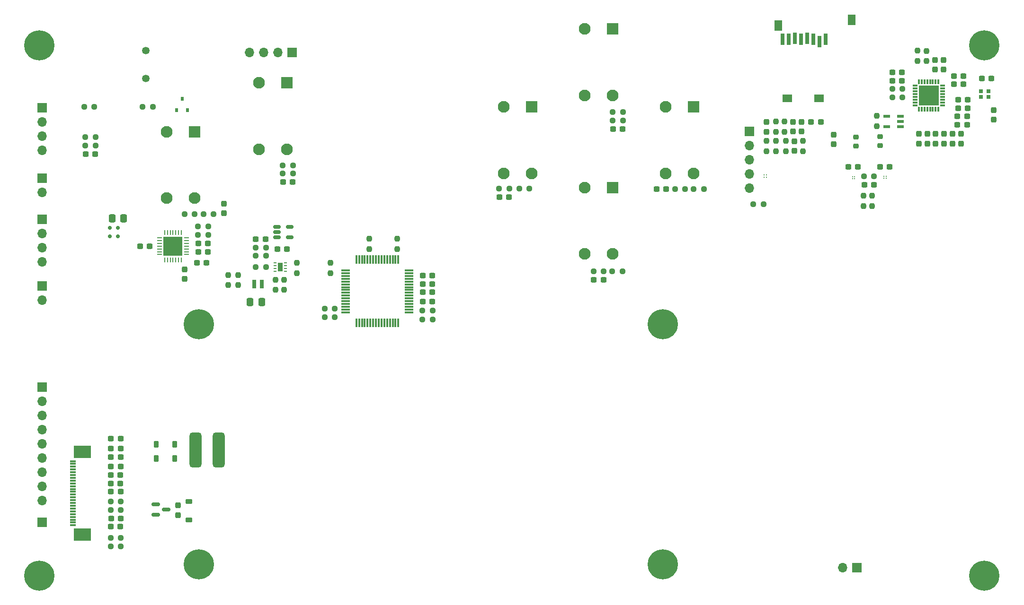
<source format=gbr>
%TF.GenerationSoftware,KiCad,Pcbnew,8.0.2*%
%TF.CreationDate,2025-01-19T23:48:52-05:00*%
%TF.ProjectId,Ecardz-Controller,45636172-647a-42d4-936f-6e74726f6c6c,rev?*%
%TF.SameCoordinates,Original*%
%TF.FileFunction,Soldermask,Bot*%
%TF.FilePolarity,Negative*%
%FSLAX46Y46*%
G04 Gerber Fmt 4.6, Leading zero omitted, Abs format (unit mm)*
G04 Created by KiCad (PCBNEW 8.0.2) date 2025-01-19 23:48:52*
%MOMM*%
%LPD*%
G01*
G04 APERTURE LIST*
G04 Aperture macros list*
%AMRoundRect*
0 Rectangle with rounded corners*
0 $1 Rounding radius*
0 $2 $3 $4 $5 $6 $7 $8 $9 X,Y pos of 4 corners*
0 Add a 4 corners polygon primitive as box body*
4,1,4,$2,$3,$4,$5,$6,$7,$8,$9,$2,$3,0*
0 Add four circle primitives for the rounded corners*
1,1,$1+$1,$2,$3*
1,1,$1+$1,$4,$5*
1,1,$1+$1,$6,$7*
1,1,$1+$1,$8,$9*
0 Add four rect primitives between the rounded corners*
20,1,$1+$1,$2,$3,$4,$5,0*
20,1,$1+$1,$4,$5,$6,$7,0*
20,1,$1+$1,$6,$7,$8,$9,0*
20,1,$1+$1,$8,$9,$2,$3,0*%
G04 Aperture macros list end*
%ADD10C,3.100000*%
%ADD11C,5.400000*%
%ADD12R,2.100000X2.100000*%
%ADD13C,2.100000*%
%ADD14R,1.700000X1.700000*%
%ADD15O,1.700000X1.700000*%
%ADD16C,1.350000*%
%ADD17RoundRect,0.237500X-0.300000X-0.237500X0.300000X-0.237500X0.300000X0.237500X-0.300000X0.237500X0*%
%ADD18RoundRect,0.150000X-0.150000X-0.200000X0.150000X-0.200000X0.150000X0.200000X-0.150000X0.200000X0*%
%ADD19RoundRect,0.062500X0.187500X0.062500X-0.187500X0.062500X-0.187500X-0.062500X0.187500X-0.062500X0*%
%ADD20R,0.900000X1.600000*%
%ADD21RoundRect,0.237500X0.300000X0.237500X-0.300000X0.237500X-0.300000X-0.237500X0.300000X-0.237500X0*%
%ADD22RoundRect,0.237500X-0.237500X0.250000X-0.237500X-0.250000X0.237500X-0.250000X0.237500X0.250000X0*%
%ADD23RoundRect,0.237500X-0.250000X-0.237500X0.250000X-0.237500X0.250000X0.237500X-0.250000X0.237500X0*%
%ADD24RoundRect,0.237500X0.250000X0.237500X-0.250000X0.237500X-0.250000X-0.237500X0.250000X-0.237500X0*%
%ADD25RoundRect,0.237500X0.237500X-0.300000X0.237500X0.300000X-0.237500X0.300000X-0.237500X-0.300000X0*%
%ADD26R,0.600000X0.700000*%
%ADD27R,0.850000X0.300000*%
%ADD28R,0.300000X0.850000*%
%ADD29R,3.600000X3.600000*%
%ADD30R,0.650000X1.600000*%
%ADD31RoundRect,0.537500X-0.537500X-2.612500X0.537500X-2.612500X0.537500X2.612500X-0.537500X2.612500X0*%
%ADD32R,0.750000X0.700000*%
%ADD33RoundRect,0.237500X0.237500X-0.250000X0.237500X0.250000X-0.237500X0.250000X-0.237500X-0.250000X0*%
%ADD34RoundRect,0.062500X0.337500X0.062500X-0.337500X0.062500X-0.337500X-0.062500X0.337500X-0.062500X0*%
%ADD35RoundRect,0.062500X0.062500X0.337500X-0.062500X0.337500X-0.062500X-0.337500X0.062500X-0.337500X0*%
%ADD36R,3.350000X3.350000*%
%ADD37RoundRect,0.237500X-0.237500X0.300000X-0.237500X-0.300000X0.237500X-0.300000X0.237500X0.300000X0*%
%ADD38RoundRect,0.075000X0.700000X0.075000X-0.700000X0.075000X-0.700000X-0.075000X0.700000X-0.075000X0*%
%ADD39RoundRect,0.075000X0.075000X0.700000X-0.075000X0.700000X-0.075000X-0.700000X0.075000X-0.700000X0*%
%ADD40RoundRect,0.218750X-0.256250X0.218750X-0.256250X-0.218750X0.256250X-0.218750X0.256250X0.218750X0*%
%ADD41RoundRect,0.225000X-0.225000X-0.375000X0.225000X-0.375000X0.225000X0.375000X-0.225000X0.375000X0*%
%ADD42RoundRect,0.250000X-0.337500X-0.475000X0.337500X-0.475000X0.337500X0.475000X-0.337500X0.475000X0*%
%ADD43R,0.200000X0.200000*%
%ADD44R,1.800000X1.400000*%
%ADD45R,1.400000X1.900000*%
%ADD46R,0.800000X2.000000*%
%ADD47RoundRect,0.150000X-0.512500X-0.150000X0.512500X-0.150000X0.512500X0.150000X-0.512500X0.150000X0*%
%ADD48R,1.100000X0.300000*%
%ADD49R,3.100000X2.300000*%
%ADD50RoundRect,0.250000X0.337500X0.475000X-0.337500X0.475000X-0.337500X-0.475000X0.337500X-0.475000X0*%
%ADD51RoundRect,0.150000X-0.587500X-0.150000X0.587500X-0.150000X0.587500X0.150000X-0.587500X0.150000X0*%
%ADD52RoundRect,0.225000X0.375000X-0.225000X0.375000X0.225000X-0.375000X0.225000X-0.375000X-0.225000X0*%
%ADD53RoundRect,0.225000X0.225000X0.375000X-0.225000X0.375000X-0.225000X-0.375000X0.225000X-0.375000X0*%
%ADD54R,1.200000X0.600000*%
G04 APERTURE END LIST*
D10*
%TO.C,H5*%
X88500000Y-193000000D03*
D11*
X88500000Y-193000000D03*
%TD*%
D10*
%TO.C,H2*%
X60000000Y-100000000D03*
D11*
X60000000Y-100000000D03*
%TD*%
D12*
%TO.C,S5*%
X177000000Y-111050000D03*
D13*
X177000000Y-122950000D03*
X172000000Y-111050000D03*
X172000000Y-122950000D03*
%TD*%
D14*
%TO.C,J10*%
X206175000Y-193600000D03*
D15*
X203635000Y-193600000D03*
%TD*%
D10*
%TO.C,H6*%
X60000000Y-195000000D03*
D11*
X60000000Y-195000000D03*
%TD*%
D10*
%TO.C,H8*%
X229000000Y-195000000D03*
D11*
X229000000Y-195000000D03*
%TD*%
D10*
%TO.C,H7*%
X171500000Y-193000000D03*
D11*
X171500000Y-193000000D03*
%TD*%
D12*
%TO.C,S6*%
X162500000Y-125500000D03*
D13*
X162500000Y-137400000D03*
X157500000Y-125500000D03*
X157500000Y-137400000D03*
%TD*%
D10*
%TO.C,H1*%
X88500000Y-150000000D03*
D11*
X88500000Y-150000000D03*
%TD*%
D16*
%TO.C,LS1*%
X79000000Y-101000000D03*
X79000000Y-106000000D03*
%TD*%
D12*
%TO.C,S3*%
X162500000Y-97100000D03*
D13*
X162500000Y-109000000D03*
X157500000Y-97100000D03*
X157500000Y-109000000D03*
%TD*%
D12*
%TO.C,S1*%
X104250000Y-106750000D03*
D13*
X104250000Y-118650000D03*
X99250000Y-106750000D03*
X99250000Y-118650000D03*
%TD*%
D10*
%TO.C,H3*%
X171500000Y-150000000D03*
D11*
X171500000Y-150000000D03*
%TD*%
D12*
%TO.C,S2*%
X87750000Y-115500000D03*
D13*
X87750000Y-127400000D03*
X82750000Y-115500000D03*
X82750000Y-127400000D03*
%TD*%
D14*
%TO.C,J3*%
X187000000Y-115460000D03*
D15*
X187000000Y-118000000D03*
X187000000Y-120540000D03*
X187000000Y-123080000D03*
X187000000Y-125620000D03*
%TD*%
D10*
%TO.C,H4*%
X229000000Y-100000000D03*
D11*
X229000000Y-100000000D03*
%TD*%
D12*
%TO.C,S4*%
X148000000Y-111050000D03*
D13*
X148000000Y-122950000D03*
X143000000Y-111050000D03*
X143000000Y-122950000D03*
%TD*%
D17*
%TO.C,C53*%
X207525000Y-125000000D03*
X209250000Y-125000000D03*
%TD*%
D18*
%TO.C,D12*%
X74000000Y-132750000D03*
X72600000Y-132750000D03*
%TD*%
D17*
%TO.C,C38*%
X88137500Y-139000000D03*
X89862500Y-139000000D03*
%TD*%
D19*
%TO.C,U2*%
X104000000Y-139000000D03*
X104000000Y-139500000D03*
X104000000Y-140000000D03*
X104000000Y-140500000D03*
X102100000Y-140500000D03*
X102100000Y-140000000D03*
X102100000Y-139500000D03*
X102100000Y-139000000D03*
D20*
X103050000Y-139750000D03*
%TD*%
D21*
%TO.C,C56*%
X164300000Y-115000000D03*
X162575000Y-115000000D03*
%TD*%
D22*
%TO.C,R35*%
X93750000Y-141175000D03*
X93750000Y-143000000D03*
%TD*%
D23*
%TO.C,R28*%
X72714098Y-189760000D03*
X74539098Y-189760000D03*
%TD*%
D17*
%TO.C,C22*%
X128537500Y-144250000D03*
X130262500Y-144250000D03*
%TD*%
D24*
%TO.C,R51*%
X105325000Y-123000000D03*
X103500000Y-123000000D03*
%TD*%
D25*
%TO.C,C12*%
X220275000Y-117612500D03*
X220275000Y-115887500D03*
%TD*%
D26*
%TO.C,Q2*%
X86450000Y-111600000D03*
X84550000Y-111600000D03*
X85500000Y-109600000D03*
%TD*%
D23*
%TO.C,R55*%
X173635999Y-125746053D03*
X175460999Y-125746053D03*
%TD*%
D22*
%TO.C,R2*%
X209700000Y-112687500D03*
X209700000Y-114512500D03*
%TD*%
D23*
%TO.C,R25*%
X162425000Y-140500000D03*
X164250000Y-140500000D03*
%TD*%
D27*
%TO.C,IC1*%
X221475000Y-107250000D03*
X221475000Y-107750000D03*
X221475000Y-108250000D03*
X221475000Y-108750000D03*
X221475000Y-109250000D03*
X221475000Y-109750000D03*
X221475000Y-110250000D03*
X221475000Y-110750000D03*
D28*
X220775000Y-111450000D03*
X220275000Y-111450000D03*
X219775000Y-111450000D03*
X219275000Y-111450000D03*
X218775000Y-111450000D03*
X218275000Y-111450000D03*
X217775000Y-111450000D03*
X217275000Y-111450000D03*
D27*
X216575000Y-110750000D03*
X216575000Y-110250000D03*
X216575000Y-109750000D03*
X216575000Y-109250000D03*
X216575000Y-108750000D03*
X216575000Y-108250000D03*
X216575000Y-107750000D03*
X216575000Y-107250000D03*
D28*
X217275000Y-106550000D03*
X217775000Y-106550000D03*
X218275000Y-106550000D03*
X218775000Y-106550000D03*
X219275000Y-106550000D03*
X219775000Y-106550000D03*
X220275000Y-106550000D03*
X220775000Y-106550000D03*
D29*
X219025000Y-109000000D03*
%TD*%
D25*
%TO.C,C4*%
X230650000Y-113350000D03*
X230650000Y-111625000D03*
%TD*%
D17*
%TO.C,C27*%
X72814098Y-184760000D03*
X74539098Y-184760000D03*
%TD*%
D22*
%TO.C,R44*%
X191750000Y-117175000D03*
X191750000Y-119000000D03*
%TD*%
D23*
%TO.C,R27*%
X72714098Y-188260000D03*
X74539098Y-188260000D03*
%TD*%
D30*
%TO.C,L2*%
X98400000Y-142750000D03*
X99750000Y-142750000D03*
%TD*%
D31*
%TO.C,L1*%
X87925000Y-172500000D03*
X92075000Y-172500000D03*
%TD*%
D32*
%TO.C,Y1*%
X228350000Y-108250000D03*
X229700000Y-108250000D03*
X229700000Y-109250000D03*
X228350000Y-109250000D03*
%TD*%
D33*
%TO.C,R47*%
X191750000Y-115500000D03*
X191750000Y-113675000D03*
%TD*%
D23*
%TO.C,R26*%
X68175000Y-116500000D03*
X70000000Y-116500000D03*
%TD*%
D21*
%TO.C,C35*%
X100425000Y-134750000D03*
X98700000Y-134750000D03*
%TD*%
D34*
%TO.C,U4*%
X86330000Y-134500000D03*
X86330000Y-135000000D03*
X86330000Y-135500000D03*
X86330000Y-136000000D03*
X86330000Y-136500000D03*
X86330000Y-137000000D03*
X86330000Y-137500000D03*
D35*
X85380000Y-138450000D03*
X84880000Y-138450000D03*
X84380000Y-138450000D03*
X83880000Y-138450000D03*
X83380000Y-138450000D03*
X82880000Y-138450000D03*
X82380000Y-138450000D03*
D34*
X81430000Y-137500000D03*
X81430000Y-137000000D03*
X81430000Y-136500000D03*
X81430000Y-136000000D03*
X81430000Y-135500000D03*
X81430000Y-135000000D03*
X81430000Y-134500000D03*
D35*
X82380000Y-133550000D03*
X82880000Y-133550000D03*
X83380000Y-133550000D03*
X83880000Y-133550000D03*
X84380000Y-133550000D03*
X84880000Y-133550000D03*
X85380000Y-133550000D03*
D36*
X83880000Y-136000000D03*
%TD*%
D21*
%TO.C,C1*%
X230250000Y-106000000D03*
X228525000Y-106000000D03*
%TD*%
D14*
%TO.C,J8*%
X60500000Y-131220000D03*
D15*
X60500000Y-133760000D03*
X60500000Y-136300000D03*
X60500000Y-138840000D03*
%TD*%
D17*
%TO.C,C48*%
X204637500Y-121800000D03*
X206362500Y-121800000D03*
%TD*%
D25*
%TO.C,C46*%
X202000000Y-117725000D03*
X202000000Y-116000000D03*
%TD*%
D23*
%TO.C,R46*%
X207425000Y-123500000D03*
X209250000Y-123500000D03*
%TD*%
D24*
%TO.C,R30*%
X74539098Y-183260000D03*
X72714098Y-183260000D03*
%TD*%
D22*
%TO.C,R42*%
X196500000Y-117175000D03*
X196500000Y-119000000D03*
%TD*%
D14*
%TO.C,J2*%
X105200000Y-101300000D03*
D15*
X102660000Y-101300000D03*
X100120000Y-101300000D03*
X97580000Y-101300000D03*
%TD*%
D33*
%TO.C,R36*%
X95500000Y-143000000D03*
X95500000Y-141175000D03*
%TD*%
D25*
%TO.C,C15*%
X218795000Y-117612500D03*
X218795000Y-115887500D03*
%TD*%
D22*
%TO.C,R4*%
X218650000Y-101020000D03*
X218650000Y-102845000D03*
%TD*%
D17*
%TO.C,C47*%
X210337500Y-121800000D03*
X212062500Y-121800000D03*
%TD*%
D14*
%TO.C,J4*%
X60500000Y-161250000D03*
D15*
X60500000Y-163790000D03*
X60500000Y-166330000D03*
X60500000Y-168870000D03*
X60500000Y-171410000D03*
X60500000Y-173950000D03*
X60500000Y-176490000D03*
X60500000Y-179030000D03*
X60500000Y-181570000D03*
%TD*%
D24*
%TO.C,R21*%
X87750000Y-130250000D03*
X85925000Y-130250000D03*
%TD*%
%TO.C,R57*%
X70012500Y-118000000D03*
X68187500Y-118000000D03*
%TD*%
D23*
%TO.C,R34*%
X98675000Y-139750000D03*
X100500000Y-139750000D03*
%TD*%
D22*
%TO.C,R33*%
X103750000Y-142000000D03*
X103750000Y-143825000D03*
%TD*%
D24*
%TO.C,R5*%
X214325000Y-107864855D03*
X212500000Y-107864855D03*
%TD*%
D22*
%TO.C,R59*%
X119000000Y-134687500D03*
X119000000Y-136512500D03*
%TD*%
D23*
%TO.C,R39*%
X88337500Y-134000000D03*
X90162500Y-134000000D03*
%TD*%
D24*
%TO.C,R52*%
X91136949Y-130245483D03*
X89311949Y-130245483D03*
%TD*%
D21*
%TO.C,C54*%
X105262500Y-124500000D03*
X103537500Y-124500000D03*
%TD*%
D37*
%TO.C,C45*%
X195006391Y-117223018D03*
X195006391Y-118948018D03*
%TD*%
D33*
%TO.C,R3*%
X217025000Y-102825000D03*
X217025000Y-101000000D03*
%TD*%
D17*
%TO.C,C31*%
X72789098Y-173750000D03*
X74514098Y-173750000D03*
%TD*%
D21*
%TO.C,C14*%
X225887500Y-112750000D03*
X224162500Y-112750000D03*
%TD*%
%TO.C,C3*%
X225250000Y-107000000D03*
X223525000Y-107000000D03*
%TD*%
D14*
%TO.C,J11*%
X60500000Y-143160000D03*
D15*
X60500000Y-145700000D03*
%TD*%
D38*
%TO.C,U1*%
X126100000Y-140350000D03*
X126100000Y-140850000D03*
X126100000Y-141350000D03*
X126100000Y-141850000D03*
X126100000Y-142350000D03*
X126100000Y-142850000D03*
X126100000Y-143350000D03*
X126100000Y-143850000D03*
X126100000Y-144350000D03*
X126100000Y-144850000D03*
X126100000Y-145350000D03*
X126100000Y-145850000D03*
X126100000Y-146350000D03*
X126100000Y-146850000D03*
X126100000Y-147350000D03*
X126100000Y-147850000D03*
D39*
X124175000Y-149775000D03*
X123675000Y-149775000D03*
X123175000Y-149775000D03*
X122675000Y-149775000D03*
X122175000Y-149775000D03*
X121675000Y-149775000D03*
X121175000Y-149775000D03*
X120675000Y-149775000D03*
X120175000Y-149775000D03*
X119675000Y-149775000D03*
X119175000Y-149775000D03*
X118675000Y-149775000D03*
X118175000Y-149775000D03*
X117675000Y-149775000D03*
X117175000Y-149775000D03*
X116675000Y-149775000D03*
D38*
X114750000Y-147850000D03*
X114750000Y-147350000D03*
X114750000Y-146850000D03*
X114750000Y-146350000D03*
X114750000Y-145850000D03*
X114750000Y-145350000D03*
X114750000Y-144850000D03*
X114750000Y-144350000D03*
X114750000Y-143850000D03*
X114750000Y-143350000D03*
X114750000Y-142850000D03*
X114750000Y-142350000D03*
X114750000Y-141850000D03*
X114750000Y-141350000D03*
X114750000Y-140850000D03*
X114750000Y-140350000D03*
D39*
X116675000Y-138425000D03*
X117175000Y-138425000D03*
X117675000Y-138425000D03*
X118175000Y-138425000D03*
X118675000Y-138425000D03*
X119175000Y-138425000D03*
X119675000Y-138425000D03*
X120175000Y-138425000D03*
X120675000Y-138425000D03*
X121175000Y-138425000D03*
X121675000Y-138425000D03*
X122175000Y-138425000D03*
X122675000Y-138425000D03*
X123175000Y-138425000D03*
X123675000Y-138425000D03*
X124175000Y-138425000D03*
%TD*%
D40*
%TO.C,L4*%
X206000000Y-116462500D03*
X206000000Y-118037500D03*
%TD*%
D17*
%TO.C,C59*%
X159137500Y-142000000D03*
X160862500Y-142000000D03*
%TD*%
D23*
%TO.C,R17*%
X111000000Y-148700000D03*
X112825000Y-148700000D03*
%TD*%
D37*
%TO.C,C51*%
X196250000Y-113750000D03*
X196250000Y-115475000D03*
%TD*%
D17*
%TO.C,C18*%
X212537726Y-104887500D03*
X214262726Y-104887500D03*
%TD*%
D23*
%TO.C,R38*%
X98675000Y-136250000D03*
X100500000Y-136250000D03*
%TD*%
D41*
%TO.C,D9*%
X80850000Y-174000000D03*
X84150000Y-174000000D03*
%TD*%
D21*
%TO.C,C7*%
X226004306Y-111259397D03*
X224279306Y-111259397D03*
%TD*%
D24*
%TO.C,R1*%
X189500000Y-128500000D03*
X187675000Y-128500000D03*
%TD*%
D25*
%TO.C,C6*%
X224775000Y-117612500D03*
X224775000Y-115887500D03*
%TD*%
D24*
%TO.C,R53*%
X164336998Y-113503917D03*
X162511998Y-113503917D03*
%TD*%
D14*
%TO.C,J5*%
X60500000Y-185500000D03*
%TD*%
D25*
%TO.C,C55*%
X93000000Y-130100000D03*
X93000000Y-128375000D03*
%TD*%
D23*
%TO.C,R40*%
X88337500Y-132500000D03*
X90162500Y-132500000D03*
%TD*%
D22*
%TO.C,R49*%
X207394227Y-126981727D03*
X207394227Y-128806727D03*
%TD*%
D23*
%TO.C,R19*%
X78425000Y-111000000D03*
X80250000Y-111000000D03*
%TD*%
D21*
%TO.C,C58*%
X172062500Y-125800000D03*
X170337500Y-125800000D03*
%TD*%
D42*
%TO.C,C33*%
X73000000Y-131000000D03*
X75075000Y-131000000D03*
%TD*%
D22*
%TO.C,R41*%
X193500000Y-117175000D03*
X193500000Y-119000000D03*
%TD*%
D37*
%TO.C,C10*%
X221650000Y-102625000D03*
X221650000Y-104350000D03*
%TD*%
D23*
%TO.C,R24*%
X177000000Y-125750000D03*
X178825000Y-125750000D03*
%TD*%
D40*
%TO.C,L3*%
X210300000Y-116412500D03*
X210300000Y-117987500D03*
%TD*%
D37*
%TO.C,C49*%
X190000000Y-113775000D03*
X190000000Y-115500000D03*
%TD*%
D17*
%TO.C,C23*%
X72789098Y-175510000D03*
X74514098Y-175510000D03*
%TD*%
D37*
%TO.C,C37*%
X86000000Y-140137500D03*
X86000000Y-141862500D03*
%TD*%
D17*
%TO.C,C26*%
X72755932Y-186244159D03*
X74480932Y-186244159D03*
%TD*%
D14*
%TO.C,J7*%
X60500000Y-123825000D03*
D15*
X60500000Y-126365000D03*
%TD*%
D17*
%TO.C,C24*%
X72789098Y-172250000D03*
X74514098Y-172250000D03*
%TD*%
D22*
%TO.C,R43*%
X190000000Y-117175000D03*
X190000000Y-119000000D03*
%TD*%
D17*
%TO.C,C50*%
X198000000Y-113750000D03*
X199725000Y-113750000D03*
%TD*%
D21*
%TO.C,C2*%
X225250000Y-105500000D03*
X223525000Y-105500000D03*
%TD*%
D43*
%TO.C,C44*%
X190000000Y-123650000D03*
X190000000Y-123250000D03*
X189600000Y-123250000D03*
X189600000Y-123650000D03*
%TD*%
D44*
%TO.C,J1*%
X199400000Y-109500000D03*
X193700000Y-109500000D03*
D45*
X205250000Y-95450000D03*
X192100000Y-96450000D03*
D46*
X200590000Y-98950000D03*
X199490000Y-99350000D03*
X198390000Y-98950000D03*
X197290000Y-98750000D03*
X196190000Y-98950000D03*
X195090000Y-98750000D03*
X193990000Y-98950000D03*
X192890000Y-98950000D03*
%TD*%
D37*
%TO.C,C9*%
X220150000Y-102625000D03*
X220150000Y-104350000D03*
%TD*%
D21*
%TO.C,C60*%
X69950029Y-119541678D03*
X68225029Y-119541678D03*
%TD*%
D17*
%TO.C,C40*%
X88412500Y-137000000D03*
X90137500Y-137000000D03*
%TD*%
D25*
%TO.C,C11*%
X221775000Y-117612500D03*
X221775000Y-115887500D03*
%TD*%
D17*
%TO.C,C29*%
X72737500Y-178510000D03*
X74462500Y-178510000D03*
%TD*%
%TO.C,C21*%
X128537500Y-145950000D03*
X130262500Y-145950000D03*
%TD*%
D14*
%TO.C,J9*%
X60500000Y-111200000D03*
D15*
X60500000Y-113740000D03*
X60500000Y-116280000D03*
X60500000Y-118820000D03*
%TD*%
D47*
%TO.C,U3*%
X102500000Y-134450000D03*
X102500000Y-133500000D03*
X102500000Y-132550000D03*
X104775000Y-132550000D03*
X104775000Y-134450000D03*
%TD*%
D17*
%TO.C,C57*%
X142237500Y-127200000D03*
X143962500Y-127200000D03*
%TD*%
D22*
%TO.C,R48*%
X208894227Y-126981727D03*
X208894227Y-128806727D03*
%TD*%
D25*
%TO.C,C16*%
X217275000Y-117612500D03*
X217275000Y-115887500D03*
%TD*%
D43*
%TO.C,C42*%
X211450000Y-123850000D03*
X211450000Y-123450000D03*
X211050000Y-123450000D03*
X211050000Y-123850000D03*
%TD*%
D33*
%TO.C,R31*%
X106000000Y-140825000D03*
X106000000Y-139000000D03*
%TD*%
D17*
%TO.C,C17*%
X212537726Y-106397500D03*
X214262726Y-106397500D03*
%TD*%
D23*
%TO.C,R23*%
X145787500Y-125700000D03*
X147612500Y-125700000D03*
%TD*%
D24*
%TO.C,R13*%
X130312500Y-147500000D03*
X128487500Y-147500000D03*
%TD*%
D17*
%TO.C,C32*%
X72789098Y-170500000D03*
X74514098Y-170500000D03*
%TD*%
D25*
%TO.C,C52*%
X194758126Y-115459834D03*
X194758126Y-113734834D03*
%TD*%
D21*
%TO.C,C39*%
X79725000Y-136000000D03*
X78000000Y-136000000D03*
%TD*%
D17*
%TO.C,C28*%
X72775000Y-180000000D03*
X74500000Y-180000000D03*
%TD*%
D21*
%TO.C,C13*%
X225887500Y-114250000D03*
X224162500Y-114250000D03*
%TD*%
D17*
%TO.C,C19*%
X128537500Y-142750000D03*
X130262500Y-142750000D03*
%TD*%
D48*
%TO.C,J6*%
X66000000Y-174500000D03*
X66000000Y-175000000D03*
X66000000Y-175500000D03*
X66000000Y-176000000D03*
X66000000Y-176500000D03*
X66000000Y-177000000D03*
X66000000Y-177500000D03*
X66000000Y-178000000D03*
X66000000Y-178500000D03*
X66000000Y-179000000D03*
X66000000Y-179500000D03*
X66000000Y-180000000D03*
X66000000Y-180500000D03*
X66000000Y-181000000D03*
X66000000Y-181500000D03*
X66000000Y-182000000D03*
X66000000Y-182500000D03*
X66000000Y-183000000D03*
X66000000Y-183500000D03*
X66000000Y-184000000D03*
X66000000Y-184500000D03*
X66000000Y-185000000D03*
X66000000Y-185500000D03*
X66000000Y-186000000D03*
D49*
X67700000Y-172830000D03*
X67700000Y-187670000D03*
%TD*%
D24*
%TO.C,R14*%
X130312500Y-149100000D03*
X128487500Y-149100000D03*
%TD*%
D23*
%TO.C,R22*%
X162500000Y-112000000D03*
X164325000Y-112000000D03*
%TD*%
D17*
%TO.C,C20*%
X128537500Y-141250000D03*
X130262500Y-141250000D03*
%TD*%
D23*
%TO.C,R6*%
X212517066Y-109373711D03*
X214342066Y-109373711D03*
%TD*%
D33*
%TO.C,R58*%
X112000000Y-140825000D03*
X112000000Y-139000000D03*
%TD*%
D23*
%TO.C,R20*%
X103500000Y-121500000D03*
X105325000Y-121500000D03*
%TD*%
%TO.C,R18*%
X110987500Y-147200000D03*
X112812500Y-147200000D03*
%TD*%
D50*
%TO.C,C34*%
X99750000Y-146000000D03*
X97675000Y-146000000D03*
%TD*%
D51*
%TO.C,Q1*%
X80812500Y-184150000D03*
X80812500Y-182250000D03*
X82687500Y-183200000D03*
%TD*%
D23*
%TO.C,R56*%
X159087500Y-140500000D03*
X160912500Y-140500000D03*
%TD*%
D18*
%TO.C,D13*%
X74000000Y-134250000D03*
X72600000Y-134250000D03*
%TD*%
D33*
%TO.C,R32*%
X102250000Y-143825000D03*
X102250000Y-142000000D03*
%TD*%
D24*
%TO.C,R29*%
X74539098Y-181760000D03*
X72714098Y-181760000D03*
%TD*%
D33*
%TO.C,R45*%
X193250000Y-115500000D03*
X193250000Y-113675000D03*
%TD*%
D25*
%TO.C,C8*%
X223275000Y-117612500D03*
X223275000Y-115887500D03*
%TD*%
D43*
%TO.C,C43*%
X205400000Y-123550000D03*
X205400000Y-123950000D03*
X205800000Y-123950000D03*
X205800000Y-123550000D03*
%TD*%
D21*
%TO.C,C36*%
X104250000Y-136500000D03*
X102525000Y-136500000D03*
%TD*%
D23*
%TO.C,R12*%
X68000000Y-111000000D03*
X69825000Y-111000000D03*
%TD*%
D52*
%TO.C,D11*%
X86750000Y-185000000D03*
X86750000Y-181700000D03*
%TD*%
D21*
%TO.C,C5*%
X226000000Y-109750000D03*
X224275000Y-109750000D03*
%TD*%
D53*
%TO.C,D10*%
X84150000Y-171500000D03*
X80850000Y-171500000D03*
%TD*%
D25*
%TO.C,C25*%
X84750000Y-184175000D03*
X84750000Y-182450000D03*
%TD*%
D23*
%TO.C,R54*%
X142187500Y-125700000D03*
X144012500Y-125700000D03*
%TD*%
D17*
%TO.C,C30*%
X72737500Y-177010000D03*
X74462500Y-177010000D03*
%TD*%
D22*
%TO.C,R50*%
X124000000Y-134687500D03*
X124000000Y-136512500D03*
%TD*%
D17*
%TO.C,C41*%
X88412500Y-135490000D03*
X90137500Y-135490000D03*
%TD*%
D54*
%TO.C,IC2*%
X214000000Y-112700000D03*
X214000000Y-113650000D03*
X214000000Y-114600000D03*
X211500000Y-114600000D03*
X211500000Y-112700000D03*
%TD*%
D23*
%TO.C,R37*%
X98675000Y-137750000D03*
X100500000Y-137750000D03*
%TD*%
M02*

</source>
